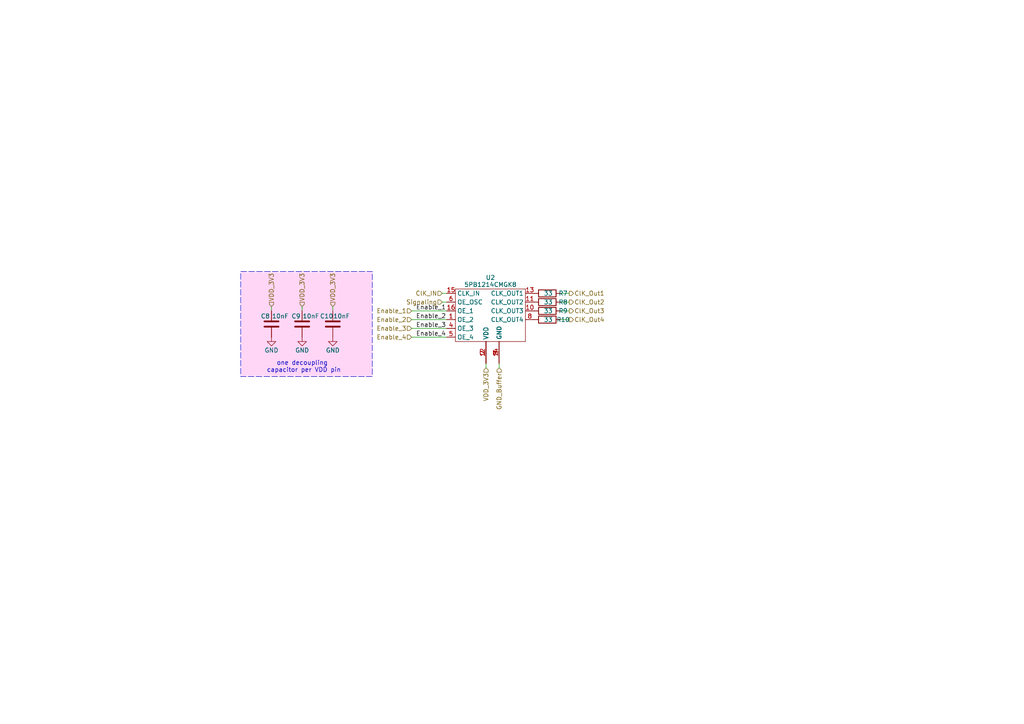
<source format=kicad_sch>
(kicad_sch (version 20231120) (generator "eeschema") (generator_version "8.0")
  (paper "A4")
  (title_block (title "16 Channels Clock Buffer") (date "2025-01-07") (rev "REV 0") (company "TU Darmstadt") (comment 1 "Author: Dr. Alexandru Enciu"))
  (lib_symbols
    (symbol "Custom_Symbols:5PB1214CMGK8"
      (property "Reference" "U" (at 0 0 0))
      (symbol "5PB1214CMGK8_0_1"
        (rectangle (start -10.16 -1.27) (end 10.16 -16.51))
      )
      (symbol "5PB1214CMGK8_1_1"
        (pin input line (at -12.7 -10.16 0) (length 2.54) (name "OE_2") (number "1"))
        (pin input line (at 12.7 -7.62 180) (length 2.54) (name "CLK_OUT3") (number "10"))
        (pin input line (at 12.7 -5.08 180) (length 2.54) (name "CLK_OUT2") (number "11"))
        (pin input line (at -1.27 -22.86 90) (length 6.35) (name "VDD") (number "12"))
        (pin input line (at 12.7 -2.54 180) (length 2.54) (name "CLK_OUT1") (number "13"))
        (pin input line (at 2.54 -22.86 90) (length 6.35) (name "GND") (number "14"))
        (pin input line (at -12.7 -2.54 0) (length 2.54) (name "CLK_IN") (number "15"))
        (pin input line (at -12.7 -7.62 0) (length 2.54) (name "OE_1") (number "16"))
        (pin input line (at -1.27 -22.86 90) (length 6.35) (name "VDD") (number "2"))
        (pin input line (at 2.54 -22.86 90) (length 6.35) (name "GND") (number "3"))
        (pin input line (at -12.7 -12.7 0) (length 2.54) (name "OE_3") (number "4"))
        (pin input line (at -12.7 -15.24 0) (length 2.54) (name "OE_4") (number "5"))
        (pin input line (at -12.7 -5.08 0) (length 2.54) (name "OE_OSC") (number "6"))
        (pin input line (at -1.27 -22.86 90) (length 6.35) (name "VDD") (number "7"))
        (pin input line (at 12.7 -10.16 180) (length 2.54) (name "CLK_OUT4") (number "8"))
        (pin input line (at 2.54 -22.86 90) (length 6.35) (name "GND") (number "9"))
      )
    )
    (symbol "Device:C" (pin_numbers hide) (pin_names (offset 0.254))
      (property "Reference" "C" (at 0.635 2.54 0))
      (property "Value" "C" (at 0.635 -2.54 0))
      (symbol "C_0_1"
        (polyline (pts (xy -2.032 -0.762) (xy 2.032 -0.762)) (stroke (width 0.508)))
        (polyline (pts (xy -2.032 0.762) (xy 2.032 0.762)) (stroke (width 0.508)))
      )
      (symbol "C_1_1"
        (pin passive line (at 0 3.81 270) (length 2.794) (name "~") (number "1"))
        (pin passive line (at 0 -3.81 90) (length 2.794) (name "~") (number "2"))
      )
    )
    (symbol "Device:R" (pin_numbers hide) (pin_names (offset 0))
      (property "Reference" "R" (at 2.032 0 90))
      (property "Value" "R" (at 0 0 90))
      (symbol "R_0_1"
        (rectangle (start -1.016 -2.54) (end 1.016 2.54) (stroke (width 0.254)))
      )
      (symbol "R_1_1"
        (pin passive line (at 0 3.81 270) (length 1.27) (name "~") (number "1"))
        (pin passive line (at 0 -3.81 90) (length 1.27) (name "~") (number "2"))
      )
    )
    (symbol "power:GND" (power) (pin_numbers hide) (pin_names (offset 0) hide)
      (property "Value" "GND" (at 0 -3.81 0))
      (symbol "GND_0_1"
        (polyline (pts (xy 0 0) (xy 0 -1.27) (xy 1.27 -1.27) (xy 0 -2.54) (xy -1.27 -1.27) (xy 0 -1.27)))
      )
      (symbol "GND_1_1"
        (pin power_in line (at 0 0 270) (length 0) (name "~") (number "1"))
      )
    )
  )
  (wire (pts (xy 140.97 106.68) (xy 140.97 105.41)))
  (wire (pts (xy 128.27 85.09) (xy 129.54 85.09)))
  (wire (pts (xy 119.38 90.17) (xy 129.54 90.17)))
  (wire (pts (xy 162.56 90.17) (xy 165.1 90.17)))
  (wire (pts (xy 119.38 92.71) (xy 129.54 92.71)))
  (wire (pts (xy 162.56 87.63) (xy 165.1 87.63)))
  (wire (pts (xy 128.27 87.63) (xy 129.54 87.63)))
  (wire (pts (xy 144.78 106.68) (xy 144.78 105.41)))
  (wire (pts (xy 119.38 97.79) (xy 129.54 97.79)))
  (wire (pts (xy 119.38 95.25) (xy 129.54 95.25)))
  (wire (pts (xy 87.63 88.9) (xy 87.63 90.17)))
  (wire (pts (xy 162.56 85.09) (xy 165.1 85.09)))
  (wire (pts (xy 96.52 88.9) (xy 96.52 90.17)))
  (wire (pts (xy 162.56 92.71) (xy 165.1 92.71)))
  (wire (pts (xy 78.74 88.9) (xy 78.74 90.17)))
  (rectangle (start 69.85 78.74) (end 107.95 109.22) (stroke (width 0) (type dash)) (fill (type color) (color 255 214 246 1)))
  (text "one decoupling \ncapacitor per VDD pin" (at 88.138 106.426 0) (effects (font (size 1.27 1.27))))
  (label "Enable_4" (at 120.65 97.79 0))
  (label "Enable_1" (at 120.65 90.17 0))
  (label "Enable_3" (at 120.65 95.25 0))
  (label "Enable_2" (at 120.65 92.71 0))
  (hierarchical_label "Signaling" (shape input) (at 128.27 87.63 180))
  (hierarchical_label "Enable_3" (shape input) (at 119.38 95.25 180))
  (hierarchical_label "VDD_3V3" (shape input) (at 87.63 88.9 90))
  (hierarchical_label "Enable_2" (shape input) (at 119.38 92.71 180))
  (hierarchical_label "VDD_3V3" (shape input) (at 140.97 106.68 270))
  (hierarchical_label "ClK_Out2" (shape output) (at 165.1 87.63 0))
  (hierarchical_label "ClK_Out4" (shape output) (at 165.1 92.71 0))
  (hierarchical_label "Enable_4" (shape input) (at 119.38 97.79 180))
  (hierarchical_label "VDD_3V3" (shape input) (at 78.74 88.9 90))
  (hierarchical_label "GND_Buffer" (shape input) (at 144.78 106.68 270))
  (hierarchical_label "ClK_IN" (shape input) (at 128.27 85.09 180))
  (hierarchical_label "ClK_Out1" (shape output) (at 165.1 85.09 0))
  (hierarchical_label "Enable_1" (shape input) (at 119.38 90.17 180))
  (hierarchical_label "ClK_Out3" (shape output) (at 165.1 90.17 0))
  (hierarchical_label "VDD_3V3" (shape input) (at 96.52 88.9 90))
  (symbol (lib_id "Device:R") (at 158.75 85.09 90) (mirror x) (unit 1)
    (property "Reference" "R7" (at 163.322 85.09 90))
    (property "Value" "33" (at 159.004 85.09 90))
    (property "Footprint" "Resistor_SMD:R_0201_0603Metric" (effects (hide yes)))
    (property "Description" "Resistor" (effects (hide yes)))
    (instances (project "FIFO_prototype" (path "" (reference "R7") (unit 1)) (path "" (reference "R11") (unit 1)) (path "" (reference "R15") (unit 1)) (path "" (reference "R19") (unit 1)) (path "" (reference "R3") (unit 1))))
  )
  (symbol (lib_id "Device:R") (at 158.75 90.17 90) (mirror x) (unit 1)
    (property "Reference" "R9" (at 163.322 90.17 90))
    (property "Value" "33" (at 159.004 90.17 90))
    (property "Footprint" "Resistor_SMD:R_0201_0603Metric" (effects (hide yes)))
    (property "Description" "Resistor" (effects (hide yes)))
    (instances (project "FIFO_prototype" (path "" (reference "R9") (unit 1)) (path "" (reference "R13") (unit 1)) (path "" (reference "R17") (unit 1)) (path "" (reference "R21") (unit 1)) (path "" (reference "R5") (unit 1))))
  )
  (symbol (lib_id "power:GND") (at 78.74 97.79 0) (unit 1)
    (property "Reference" "#PWR047" (effects (hide yes)))
    (property "Value" "GND" (at 78.74 101.6 0))
    (property "Description" "Power symbol creates a global label with name \"GND\" , ground" (effects (hide yes)))
    (instances (project "FIFO_prototype" (path "" (reference "#PWR047") (unit 1)) (path "" (reference "#PWR050") (unit 1)) (path "" (reference "#PWR053") (unit 1)) (path "" (reference "#PWR056") (unit 1)) (path "" (reference "#PWR044") (unit 1))))
  )
  (symbol (lib_id "Device:R") (at 158.75 87.63 90) (mirror x) (unit 1)
    (property "Reference" "R8" (at 163.322 87.63 90))
    (property "Value" "33" (at 159.004 87.63 90))
    (property "Footprint" "Resistor_SMD:R_0201_0603Metric" (effects (hide yes)))
    (property "Description" "Resistor" (effects (hide yes)))
    (instances (project "FIFO_prototype" (path "" (reference "R8") (unit 1)) (path "" (reference "R12") (unit 1)) (path "" (reference "R16") (unit 1)) (path "" (reference "R20") (unit 1)) (path "" (reference "R4") (unit 1))))
  )
  (symbol (lib_id "Device:C") (at 78.74 93.98 180) (unit 1)
    (property "Reference" "C8" (at 76.962 91.694 0))
    (property "Value" "10nF" (at 81.28 91.694 0))
    (property "Footprint" "Capacitor_SMD:C_0201_0603Metric" (effects (hide yes)))
    (property "Description" "Unpolarized capacitor" (effects (hide yes)))
    (instances (project "FIFO_prototype" (path "" (reference "C8") (unit 1)) (path "" (reference "C11") (unit 1)) (path "" (reference "C14") (unit 1)) (path "" (reference "C17") (unit 1)) (path "" (reference "C5") (unit 1))))
  )
  (symbol (lib_id "power:GND") (at 96.52 97.79 0) (unit 1)
    (property "Reference" "#PWR049" (effects (hide yes)))
    (property "Value" "GND" (at 96.52 101.6 0))
    (property "Description" "Power symbol creates a global label with name \"GND\" , ground" (effects (hide yes)))
    (instances (project "FIFO_prototype" (path "" (reference "#PWR049") (unit 1)) (path "" (reference "#PWR052") (unit 1)) (path "" (reference "#PWR055") (unit 1)) (path "" (reference "#PWR058") (unit 1)) (path "" (reference "#PWR046") (unit 1))))
  )
  (symbol (lib_id "power:GND") (at 87.63 97.79 0) (unit 1)
    (property "Reference" "#PWR048" (effects (hide yes)))
    (property "Value" "GND" (at 87.63 101.6 0))
    (property "Description" "Power symbol creates a global label with name \"GND\" , ground" (effects (hide yes)))
    (instances (project "FIFO_prototype" (path "" (reference "#PWR048") (unit 1)) (path "" (reference "#PWR051") (unit 1)) (path "" (reference "#PWR054") (unit 1)) (path "" (reference "#PWR057") (unit 1)) (path "" (reference "#PWR045") (unit 1))))
  )
  (symbol (lib_id "Custom_Symbols:5PB1214CMGK8") (at 142.24 82.55 0) (unit 1)
    (property "Reference" "U2" (at 142.24 80.518 0))
    (property "Value" "5PB1214CMGK8" (at 142.24 82.55 0))
    (property "Footprint" "Clock_Buffers:5PB1214CMGK8" (effects (hide yes)))
    (property "Description" "5PB1214CMGK8" (effects (hide yes)))
    (instances (project "FIFO_prototype" (path "" (reference "U2") (unit 1)) (path "" (reference "U3") (unit 1)) (path "" (reference "U4") (unit 1)) (path "" (reference "U5") (unit 1)) (path "" (reference "U1") (unit 1))))
  )
  (symbol (lib_id "Device:R") (at 158.75 92.71 90) (mirror x) (unit 1)
    (property "Reference" "R10" (at 163.322 92.71 90))
    (property "Value" "33" (at 159.004 92.71 90))
    (property "Footprint" "Resistor_SMD:R_0201_0603Metric" (effects (hide yes)))
    (property "Description" "Resistor" (effects (hide yes)))
    (instances (project "FIFO_prototype" (path "" (reference "R10") (unit 1)) (path "" (reference "R14") (unit 1)) (path "" (reference "R18") (unit 1)) (path "" (reference "R22") (unit 1)) (path "" (reference "R6") (unit 1))))
  )
  (symbol (lib_id "Device:C") (at 96.52 93.98 180) (unit 1)
    (property "Reference" "C10" (at 94.742 91.694 0))
    (property "Value" "10nF" (at 99.06 91.694 0))
    (property "Footprint" "Capacitor_SMD:C_0201_0603Metric" (effects (hide yes)))
    (property "Description" "Unpolarized capacitor" (effects (hide yes)))
    (instances (project "FIFO_prototype" (path "" (reference "C10") (unit 1)) (path "" (reference "C13") (unit 1)) (path "" (reference "C16") (unit 1)) (path "" (reference "C19") (unit 1)) (path "" (reference "C7") (unit 1))))
  )
  (symbol (lib_id "Device:C") (at 87.63 93.98 180) (unit 1)
    (property "Reference" "C9" (at 85.852 91.694 0))
    (property "Value" "10nF" (at 90.17 91.694 0))
    (property "Footprint" "Capacitor_SMD:C_0201_0603Metric" (effects (hide yes)))
    (property "Description" "Unpolarized capacitor" (effects (hide yes)))
    (instances (project "FIFO_prototype" (path "" (reference "C9") (unit 1)) (path "" (reference "C12") (unit 1)) (path "" (reference "C15") (unit 1)) (path "" (reference "C18") (unit 1)) (path "" (reference "C6") (unit 1))))
  )
)
</source>
